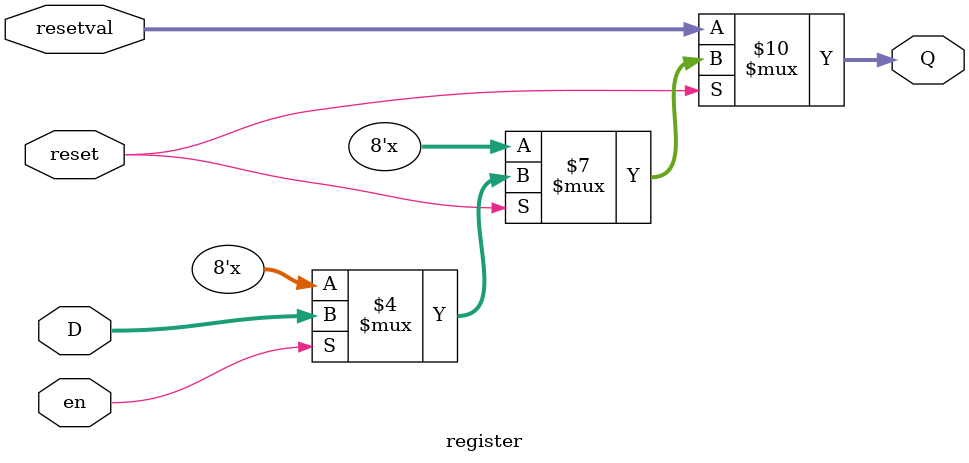
<source format=v>
`timescale 1ns / 1ps

module register(D, en, reset, resetval, Q);
    input [7:0]D, resetval;
    input en, reset;
    output reg [7:0] Q;
    
    always @*
    begin
        if(!reset)
            Q = resetval;
        else
            if(en)
                Q = D;
            else
                Q = Q;
    end

endmodule


</source>
